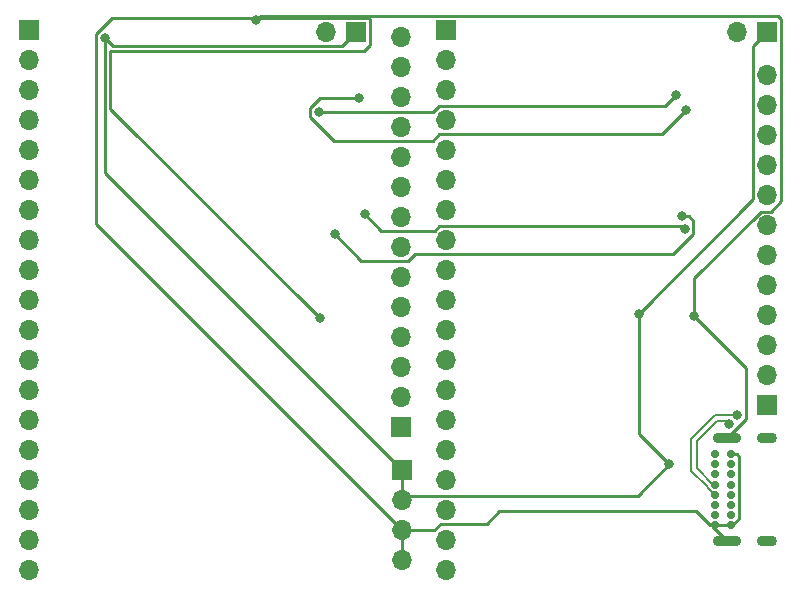
<source format=gbr>
%TF.GenerationSoftware,KiCad,Pcbnew,(5.1.6)-1*%
%TF.CreationDate,2020-10-06T21:24:19+08:00*%
%TF.ProjectId,esp32,65737033-322e-46b6-9963-61645f706362,rev?*%
%TF.SameCoordinates,Original*%
%TF.FileFunction,Copper,L2,Bot*%
%TF.FilePolarity,Positive*%
%FSLAX46Y46*%
G04 Gerber Fmt 4.6, Leading zero omitted, Abs format (unit mm)*
G04 Created by KiCad (PCBNEW (5.1.6)-1) date 2020-10-06 21:24:19*
%MOMM*%
%LPD*%
G01*
G04 APERTURE LIST*
%TA.AperFunction,ComponentPad*%
%ADD10O,1.700000X1.700000*%
%TD*%
%TA.AperFunction,ComponentPad*%
%ADD11R,1.700000X1.700000*%
%TD*%
%TA.AperFunction,ComponentPad*%
%ADD12O,1.700000X0.900000*%
%TD*%
%TA.AperFunction,ComponentPad*%
%ADD13O,2.400000X0.900000*%
%TD*%
%TA.AperFunction,ComponentPad*%
%ADD14C,0.700000*%
%TD*%
%TA.AperFunction,ViaPad*%
%ADD15C,0.800000*%
%TD*%
%TA.AperFunction,Conductor*%
%ADD16C,0.250000*%
%TD*%
%TA.AperFunction,Conductor*%
%ADD17C,0.200000*%
%TD*%
G04 APERTURE END LIST*
D10*
%TO.P,REF\u002A\u002A,4*%
%TO.N,GND*%
X150600000Y-68020000D03*
%TO.P,REF\u002A\u002A,3*%
X150600000Y-65480000D03*
%TO.P,REF\u002A\u002A,2*%
%TO.N,+3V3*%
X150600000Y-62940000D03*
D11*
%TO.P,REF\u002A\u002A,1*%
X150600000Y-60400000D03*
%TD*%
D10*
%TO.P,J4,14*%
%TO.N,Net-(J4-Pad14)*%
X150500000Y-23680000D03*
%TO.P,J4,13*%
%TO.N,Net-(J4-Pad13)*%
X150500000Y-26220000D03*
%TO.P,J4,12*%
%TO.N,Net-(J4-Pad12)*%
X150500000Y-28760000D03*
%TO.P,J4,11*%
%TO.N,Net-(J4-Pad11)*%
X150500000Y-31300000D03*
%TO.P,J4,10*%
%TO.N,Net-(J4-Pad10)*%
X150500000Y-33840000D03*
%TO.P,J4,9*%
%TO.N,Net-(J4-Pad9)*%
X150500000Y-36380000D03*
%TO.P,J4,8*%
%TO.N,Net-(J4-Pad8)*%
X150500000Y-38920000D03*
%TO.P,J4,7*%
%TO.N,Net-(J4-Pad7)*%
X150500000Y-41460000D03*
%TO.P,J4,6*%
%TO.N,Net-(J4-Pad6)*%
X150500000Y-44000000D03*
%TO.P,J4,5*%
%TO.N,Net-(J4-Pad5)*%
X150500000Y-46540000D03*
%TO.P,J4,4*%
%TO.N,Net-(J4-Pad4)*%
X150500000Y-49080000D03*
%TO.P,J4,3*%
%TO.N,Net-(J4-Pad3)*%
X150500000Y-51620000D03*
%TO.P,J4,2*%
%TO.N,/usb_d+*%
X150500000Y-54160000D03*
D11*
%TO.P,J4,1*%
%TO.N,/usb_d-*%
X150500000Y-56700000D03*
%TD*%
D10*
%TO.P,J1,19*%
%TO.N,Net-(J1-Pad19)*%
X154300000Y-68820000D03*
%TO.P,J1,18*%
%TO.N,Net-(J1-Pad18)*%
X154300000Y-66280000D03*
%TO.P,J1,17*%
%TO.N,Net-(J1-Pad17)*%
X154300000Y-63740000D03*
%TO.P,J1,16*%
%TO.N,Net-(J1-Pad16)*%
X154300000Y-61200000D03*
%TO.P,J1,15*%
%TO.N,Net-(J1-Pad15)*%
X154300000Y-58660000D03*
%TO.P,J1,14*%
%TO.N,Net-(J1-Pad14)*%
X154300000Y-56120000D03*
%TO.P,J1,13*%
%TO.N,Net-(J1-Pad13)*%
X154300000Y-53580000D03*
%TO.P,J1,12*%
%TO.N,Net-(J1-Pad12)*%
X154300000Y-51040000D03*
%TO.P,J1,11*%
%TO.N,Net-(J1-Pad11)*%
X154300000Y-48500000D03*
%TO.P,J1,10*%
%TO.N,Net-(J1-Pad10)*%
X154300000Y-45960000D03*
%TO.P,J1,9*%
%TO.N,Net-(J1-Pad9)*%
X154300000Y-43420000D03*
%TO.P,J1,8*%
%TO.N,Net-(J1-Pad8)*%
X154300000Y-40880000D03*
%TO.P,J1,7*%
%TO.N,Net-(J1-Pad7)*%
X154300000Y-38340000D03*
%TO.P,J1,6*%
%TO.N,Net-(J1-Pad6)*%
X154300000Y-35800000D03*
%TO.P,J1,5*%
%TO.N,Net-(J1-Pad5)*%
X154300000Y-33260000D03*
%TO.P,J1,4*%
%TO.N,Net-(J1-Pad4)*%
X154300000Y-30720000D03*
%TO.P,J1,3*%
%TO.N,Net-(J1-Pad3)*%
X154300000Y-28180000D03*
%TO.P,J1,2*%
%TO.N,Net-(J1-Pad2)*%
X154300000Y-25640000D03*
D11*
%TO.P,J1,1*%
%TO.N,Net-(J1-Pad1)*%
X154300000Y-23100000D03*
%TD*%
D10*
%TO.P,J5,19*%
%TO.N,Net-(J5-Pad19)*%
X119000000Y-68820000D03*
%TO.P,J5,18*%
%TO.N,Net-(J5-Pad18)*%
X119000000Y-66280000D03*
%TO.P,J5,17*%
%TO.N,Net-(J5-Pad17)*%
X119000000Y-63740000D03*
%TO.P,J5,16*%
%TO.N,Net-(J5-Pad16)*%
X119000000Y-61200000D03*
%TO.P,J5,15*%
%TO.N,Net-(J5-Pad15)*%
X119000000Y-58660000D03*
%TO.P,J5,14*%
%TO.N,Net-(J5-Pad14)*%
X119000000Y-56120000D03*
%TO.P,J5,13*%
%TO.N,Net-(J5-Pad13)*%
X119000000Y-53580000D03*
%TO.P,J5,12*%
%TO.N,Net-(J5-Pad12)*%
X119000000Y-51040000D03*
%TO.P,J5,11*%
%TO.N,Net-(J5-Pad11)*%
X119000000Y-48500000D03*
%TO.P,J5,10*%
%TO.N,Net-(J5-Pad10)*%
X119000000Y-45960000D03*
%TO.P,J5,9*%
%TO.N,Net-(J5-Pad9)*%
X119000000Y-43420000D03*
%TO.P,J5,8*%
%TO.N,Net-(J5-Pad8)*%
X119000000Y-40880000D03*
%TO.P,J5,7*%
%TO.N,Net-(J5-Pad7)*%
X119000000Y-38340000D03*
%TO.P,J5,6*%
%TO.N,Net-(J5-Pad6)*%
X119000000Y-35800000D03*
%TO.P,J5,5*%
%TO.N,Net-(J5-Pad5)*%
X119000000Y-33260000D03*
%TO.P,J5,4*%
%TO.N,Net-(J5-Pad4)*%
X119000000Y-30720000D03*
%TO.P,J5,3*%
%TO.N,Net-(J5-Pad3)*%
X119000000Y-28180000D03*
%TO.P,J5,2*%
%TO.N,Net-(J5-Pad2)*%
X119000000Y-25640000D03*
D11*
%TO.P,J5,1*%
%TO.N,Net-(J5-Pad1)*%
X119000000Y-23100000D03*
%TD*%
D12*
%TO.P,P1,S1*%
%TO.N,GND*%
X181460000Y-57700000D03*
X181460000Y-66350000D03*
D13*
X178080000Y-57700000D03*
X178080000Y-66350000D03*
D14*
%TO.P,P1,B6*%
%TO.N,N/C*%
X178450000Y-61600000D03*
%TO.P,P1,B1*%
%TO.N,GND*%
X178450000Y-59050000D03*
%TO.P,P1,B4*%
%TO.N,/vbus*%
X178450000Y-59900000D03*
%TO.P,P1,B5*%
%TO.N,Net-(P1-PadB5)*%
X178450000Y-60750000D03*
%TO.P,P1,B12*%
%TO.N,GND*%
X178450000Y-65000000D03*
%TO.P,P1,B8*%
%TO.N,N/C*%
X178450000Y-63300000D03*
%TO.P,P1,B7*%
X178450000Y-62450000D03*
%TO.P,P1,B9*%
%TO.N,/vbus*%
X178450000Y-64150000D03*
%TO.P,P1,A12*%
%TO.N,GND*%
X177100000Y-59050000D03*
%TO.P,P1,A9*%
%TO.N,/vbus*%
X177100000Y-59900000D03*
%TO.P,P1,A8*%
%TO.N,N/C*%
X177100000Y-60750000D03*
%TO.P,P1,A7*%
%TO.N,/d-*%
X177100000Y-61600000D03*
%TO.P,P1,A6*%
%TO.N,/d+*%
X177100000Y-62450000D03*
%TO.P,P1,A5*%
%TO.N,Net-(P1-PadA5)*%
X177100000Y-63300000D03*
%TO.P,P1,A4*%
%TO.N,/vbus*%
X177100000Y-64150000D03*
%TO.P,P1,A1*%
%TO.N,GND*%
X177100000Y-65000000D03*
%TD*%
D10*
%TO.P,J6,2*%
%TO.N,Net-(J6-Pad2)*%
X144160000Y-23300000D03*
D11*
%TO.P,J6,1*%
%TO.N,+3V3*%
X146700000Y-23300000D03*
%TD*%
D10*
%TO.P,J3,12*%
%TO.N,Net-(J3-Pad12)*%
X181500000Y-26960000D03*
%TO.P,J3,11*%
%TO.N,Net-(J3-Pad11)*%
X181500000Y-29500000D03*
%TO.P,J3,10*%
%TO.N,Net-(J3-Pad10)*%
X181500000Y-32040000D03*
%TO.P,J3,9*%
%TO.N,Net-(J3-Pad9)*%
X181500000Y-34580000D03*
%TO.P,J3,8*%
%TO.N,Net-(J3-Pad8)*%
X181500000Y-37120000D03*
%TO.P,J3,7*%
%TO.N,Net-(J3-Pad7)*%
X181500000Y-39660000D03*
%TO.P,J3,6*%
%TO.N,Net-(J3-Pad6)*%
X181500000Y-42200000D03*
%TO.P,J3,5*%
%TO.N,Net-(J3-Pad5)*%
X181500000Y-44740000D03*
%TO.P,J3,4*%
%TO.N,Net-(J3-Pad4)*%
X181500000Y-47280000D03*
%TO.P,J3,3*%
%TO.N,Net-(J3-Pad3)*%
X181500000Y-49820000D03*
%TO.P,J3,2*%
%TO.N,Net-(J3-Pad2)*%
X181500000Y-52360000D03*
D11*
%TO.P,J3,1*%
%TO.N,Net-(J3-Pad1)*%
X181500000Y-54900000D03*
%TD*%
D10*
%TO.P,J2,2*%
%TO.N,Net-(J2-Pad2)*%
X178960000Y-23300000D03*
D11*
%TO.P,J2,1*%
%TO.N,+3V3*%
X181500000Y-23300000D03*
%TD*%
D15*
%TO.N,GND*%
X175300000Y-47300000D03*
X138200000Y-22300000D03*
X143600000Y-47500000D03*
%TO.N,+3V3*%
X170617848Y-47122993D03*
X173200000Y-59900000D03*
X125400000Y-23800000D03*
%TO.N,/d-*%
X178228768Y-56496232D03*
%TO.N,/d+*%
X178971232Y-55753768D03*
%TO.N,/tx*%
X173800000Y-28600000D03*
X143500000Y-30100000D03*
%TO.N,/rx*%
X146900000Y-28900000D03*
X174600000Y-29900000D03*
%TO.N,/io2*%
X174300000Y-38900000D03*
X144900000Y-40400000D03*
%TO.N,/io1*%
X147400000Y-38700000D03*
X174500000Y-40000000D03*
%TD*%
D16*
%TO.N,GND*%
X178944974Y-59050000D02*
X178450000Y-59050000D01*
X179125001Y-59230027D02*
X178944974Y-59050000D01*
X179125001Y-64474001D02*
X179125001Y-59230027D01*
X178599002Y-65000000D02*
X179125001Y-64474001D01*
X177100000Y-65000000D02*
X178599002Y-65000000D01*
X179696233Y-51696233D02*
X175300000Y-47300000D01*
X179696233Y-56083767D02*
X179696233Y-51696233D01*
X178080000Y-57700000D02*
X179696233Y-56083767D01*
X175300000Y-44120998D02*
X175300000Y-47300000D01*
X181815001Y-38484999D02*
X180935999Y-38484999D01*
X180935999Y-38484999D02*
X175300000Y-44120998D01*
X182675001Y-37624999D02*
X181815001Y-38484999D01*
X182675001Y-22189999D02*
X182675001Y-37624999D01*
X182385003Y-21900001D02*
X182675001Y-22189999D01*
X138599999Y-21900001D02*
X182385003Y-21900001D01*
X138200000Y-22300000D02*
X138599999Y-21900001D01*
X150600000Y-68020000D02*
X150600000Y-65480000D01*
X176834999Y-65104999D02*
X178080000Y-66350000D01*
X150600000Y-65480000D02*
X150975001Y-65104999D01*
X124674999Y-39554999D02*
X150600000Y-65480000D01*
X126001999Y-22124999D02*
X124674999Y-23451999D01*
X147810001Y-22124999D02*
X126001999Y-22124999D01*
X147875001Y-24410001D02*
X147875001Y-22189999D01*
X147359991Y-24925011D02*
X147875001Y-24410001D01*
X147875001Y-22189999D02*
X147810001Y-22124999D01*
X125888601Y-24925011D02*
X147359991Y-24925011D01*
X124674999Y-23451999D02*
X124674999Y-39554999D01*
X125888601Y-29788601D02*
X125888601Y-24925011D01*
X143600000Y-47500000D02*
X125888601Y-29788601D01*
X175451257Y-63846231D02*
X176605026Y-65000000D01*
X150600000Y-65480000D02*
X153320000Y-65480000D01*
X176605026Y-65000000D02*
X177100000Y-65000000D01*
X158816424Y-63846231D02*
X175451257Y-63846231D01*
X153884999Y-64915001D02*
X157747654Y-64915001D01*
X153320000Y-65480000D02*
X153884999Y-64915001D01*
X157747654Y-64915001D02*
X158816424Y-63846231D01*
%TO.N,+3V3*%
X180324999Y-24475001D02*
X181500000Y-23300000D01*
X180324999Y-37415842D02*
X180324999Y-24475001D01*
X170617848Y-47122993D02*
X180324999Y-37415842D01*
X170617848Y-57317848D02*
X170617848Y-47122993D01*
X173200000Y-59900000D02*
X170617848Y-57317848D01*
X150600000Y-62940000D02*
X150600000Y-60400000D01*
X170535001Y-62564999D02*
X173200000Y-59900000D01*
X150975001Y-62564999D02*
X170535001Y-62564999D01*
X150600000Y-62940000D02*
X150975001Y-62564999D01*
X145524999Y-24475001D02*
X146700000Y-23300000D01*
X126075001Y-24475001D02*
X145524999Y-24475001D01*
X125400000Y-23800000D02*
X126075001Y-24475001D01*
X125400000Y-35200000D02*
X150600000Y-60400000D01*
X125400000Y-23800000D02*
X125400000Y-35200000D01*
D17*
%TO.N,/d-*%
X177936304Y-56203768D02*
X177214432Y-56203768D01*
X178228768Y-56496232D02*
X177936304Y-56203768D01*
X177214432Y-56203768D02*
X175525000Y-57893200D01*
X175525000Y-60238603D02*
X176886397Y-61600000D01*
X175525000Y-57893200D02*
X175525000Y-60238603D01*
X176886397Y-61600000D02*
X177100000Y-61600000D01*
%TO.N,/d+*%
X177028032Y-55753768D02*
X175075000Y-57706800D01*
X178971232Y-55753768D02*
X177028032Y-55753768D01*
X176900001Y-62250001D02*
X177100000Y-62450000D01*
X176787999Y-62250001D02*
X176900001Y-62250001D01*
X176449999Y-61799999D02*
X176449999Y-61912001D01*
X176449999Y-61912001D02*
X176787999Y-62250001D01*
X175075000Y-60425000D02*
X176449999Y-61799999D01*
X175075000Y-57706800D02*
X175075000Y-60425000D01*
D16*
%TO.N,/tx*%
X153180998Y-30100000D02*
X143500000Y-30100000D01*
X153735999Y-29544999D02*
X153180998Y-30100000D01*
X172855001Y-29544999D02*
X153735999Y-29544999D01*
X173800000Y-28600000D02*
X172855001Y-29544999D01*
%TO.N,/rx*%
X172604999Y-31895001D02*
X174600000Y-29900000D01*
X153735999Y-31895001D02*
X172604999Y-31895001D01*
X153155999Y-32475001D02*
X153735999Y-31895001D01*
X144801999Y-32475001D02*
X153155999Y-32475001D01*
X142774999Y-30448001D02*
X144801999Y-32475001D01*
X142774999Y-29751999D02*
X142774999Y-30448001D01*
X143626998Y-28900000D02*
X142774999Y-29751999D01*
X146900000Y-28900000D02*
X143626998Y-28900000D01*
%TO.N,/io2*%
X151064001Y-42635001D02*
X147135001Y-42635001D01*
X151644001Y-42055001D02*
X151064001Y-42635001D01*
X173518001Y-42055001D02*
X151644001Y-42055001D01*
X175225001Y-40348001D02*
X173518001Y-42055001D01*
X175225001Y-39259316D02*
X175225001Y-40348001D01*
X147135001Y-42635001D02*
X144900000Y-40400000D01*
X174865685Y-38900000D02*
X175225001Y-39259316D01*
X174300000Y-38900000D02*
X174865685Y-38900000D01*
%TO.N,/io1*%
X174204999Y-39704999D02*
X174500000Y-40000000D01*
X153340998Y-40100000D02*
X153735999Y-39704999D01*
X148800000Y-40100000D02*
X153340998Y-40100000D01*
X153735999Y-39704999D02*
X174204999Y-39704999D01*
X147400000Y-38700000D02*
X148800000Y-40100000D01*
%TD*%
M02*

</source>
